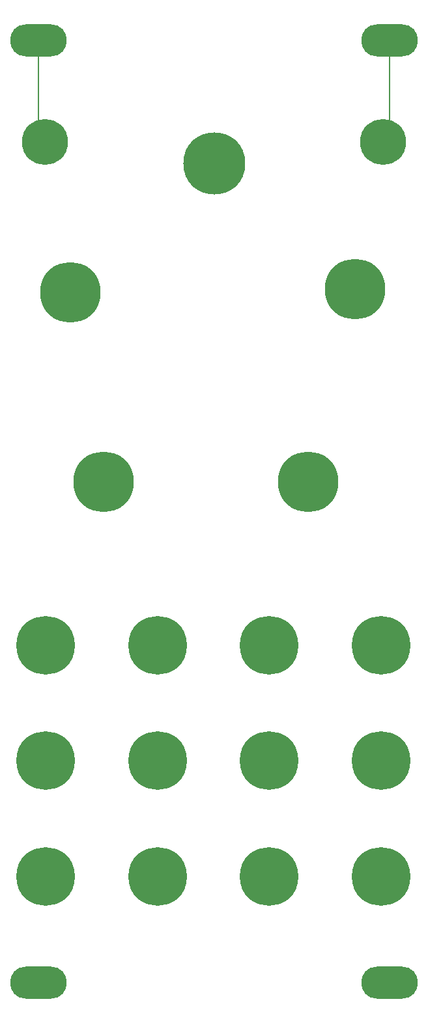
<source format=gbr>
G04 #@! TF.GenerationSoftware,KiCad,Pcbnew,8.0.5*
G04 #@! TF.CreationDate,2024-10-24T15:03:46-07:00*
G04 #@! TF.ProjectId,Sampler-built-FACEPLATE,53616d70-6c65-4722-9d62-75696c742d46,rev?*
G04 #@! TF.SameCoordinates,PXfff3cb00PY713fb30*
G04 #@! TF.FileFunction,Copper,L1,Top*
G04 #@! TF.FilePolarity,Positive*
%FSLAX46Y46*%
G04 Gerber Fmt 4.6, Leading zero omitted, Abs format (unit mm)*
G04 Created by KiCad (PCBNEW 8.0.5) date 2024-10-24 15:03:46*
%MOMM*%
%LPD*%
G01*
G04 APERTURE LIST*
G04 #@! TA.AperFunction,ComponentPad*
%ADD10C,7.874000*%
G04 #@! TD*
G04 #@! TA.AperFunction,ComponentPad*
%ADD11C,7.620000*%
G04 #@! TD*
G04 #@! TA.AperFunction,ComponentPad*
%ADD12O,7.366000X4.191000*%
G04 #@! TD*
G04 #@! TA.AperFunction,ComponentPad*
%ADD13C,8.051800*%
G04 #@! TD*
G04 #@! TA.AperFunction,ComponentPad*
%ADD14C,5.969000*%
G04 #@! TD*
G04 #@! TA.AperFunction,Conductor*
%ADD15C,0.127000*%
G04 #@! TD*
G04 APERTURE END LIST*
D10*
G04 #@! TO.P,REF\u002A\u002A,1*
G04 #@! TO.N,GND*
X11620000Y92731000D03*
G04 #@! TD*
G04 #@! TO.P,REF\u002A\u002A,1*
G04 #@! TO.N,GND*
X15940000Y68128000D03*
G04 #@! TD*
D11*
G04 #@! TO.P,REF\u002A\u002A,1*
G04 #@! TO.N,GND*
X8431000Y46815000D03*
G04 #@! TD*
D10*
G04 #@! TO.P,REF\u002A\u002A,1*
G04 #@! TO.N,GND*
X48615000Y93159000D03*
G04 #@! TD*
D11*
G04 #@! TO.P,REF\u002A\u002A,1*
G04 #@! TO.N,GND*
X37485000Y31819000D03*
G04 #@! TD*
G04 #@! TO.P,REF\u002A\u002A,1*
G04 #@! TO.N,GND*
X8430000Y16790000D03*
G04 #@! TD*
D12*
G04 #@! TO.P,REF\u002A\u002A,1*
G04 #@! TO.N,GND*
X53107000Y125502800D03*
G04 #@! TD*
D11*
G04 #@! TO.P,REF\u002A\u002A,1*
G04 #@! TO.N,GND*
X8431000Y31819000D03*
G04 #@! TD*
D13*
G04 #@! TO.P,LOCK1,1*
G04 #@! TO.N,GND*
X30331000Y109479000D03*
G04 #@! TD*
D11*
G04 #@! TO.P,REF\u002A\u002A,1*
G04 #@! TO.N,GND*
X37485000Y16790000D03*
G04 #@! TD*
D12*
G04 #@! TO.P,REF\u002A\u002A,1*
G04 #@! TO.N,GND*
X53107000Y2997200D03*
G04 #@! TD*
D11*
G04 #@! TO.P,REF\u002A\u002A,1*
G04 #@! TO.N,GND*
X52006000Y31819000D03*
G04 #@! TD*
G04 #@! TO.P,REF\u002A\u002A,1*
G04 #@! TO.N,GND*
X52006000Y16790000D03*
G04 #@! TD*
G04 #@! TO.P,REF\u002A\u002A,1*
G04 #@! TO.N,GND*
X52006000Y46815000D03*
G04 #@! TD*
D14*
G04 #@! TO.P,REF\u002A\u002A,1*
G04 #@! TO.N,GND*
X8300000Y112250000D03*
G04 #@! TD*
D12*
G04 #@! TO.P,REF\u002A\u002A,1*
G04 #@! TO.N,GND*
X7492999Y2997200D03*
G04 #@! TD*
D11*
G04 #@! TO.P,REF\u002A\u002A,1*
G04 #@! TO.N,GND*
X22957000Y46815000D03*
G04 #@! TD*
D10*
G04 #@! TO.P,REF\u002A\u002A,1*
G04 #@! TO.N,GND*
X42560000Y68128000D03*
G04 #@! TD*
D11*
G04 #@! TO.P,REF\u002A\u002A,1*
G04 #@! TO.N,GND*
X22958000Y31819000D03*
G04 #@! TD*
G04 #@! TO.P,REF\u002A\u002A,1*
G04 #@! TO.N,GND*
X37485000Y46815000D03*
G04 #@! TD*
G04 #@! TO.P,REF\u002A\u002A,1*
G04 #@! TO.N,GND*
X22958000Y16790000D03*
G04 #@! TD*
D14*
G04 #@! TO.P,REF\u002A\u002A,1*
G04 #@! TO.N,GND*
X52300000Y112250000D03*
G04 #@! TD*
D12*
G04 #@! TO.P,REF\u002A\u002A,1*
G04 #@! TO.N,GND*
X7492999Y125502800D03*
G04 #@! TD*
D15*
G04 #@! TO.N,GND*
X7492999Y125502800D02*
X7492999Y113057001D01*
X7492999Y113057001D02*
X8300000Y112250000D01*
X53107000Y125502800D02*
X53107000Y113057000D01*
X53107000Y113057000D02*
X52300000Y112250000D01*
G04 #@! TD*
M02*

</source>
